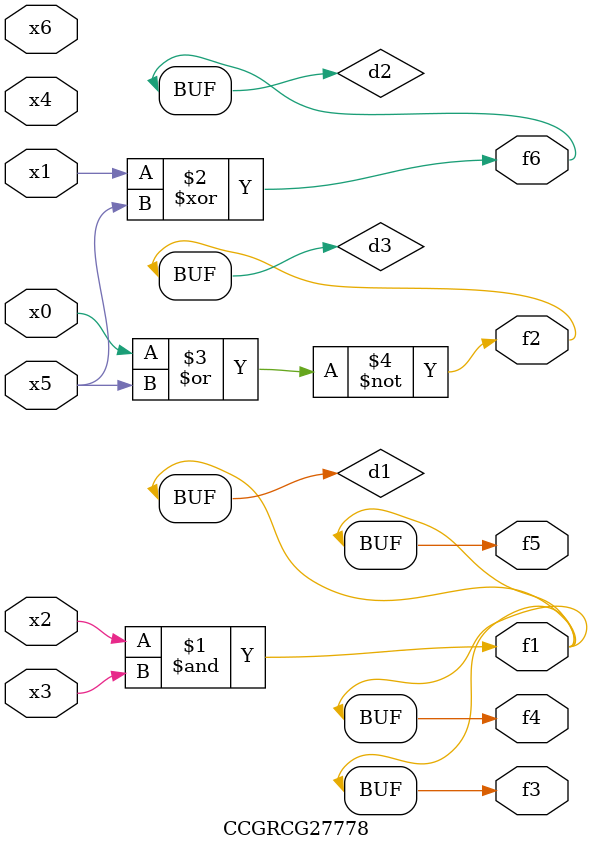
<source format=v>
module CCGRCG27778(
	input x0, x1, x2, x3, x4, x5, x6,
	output f1, f2, f3, f4, f5, f6
);

	wire d1, d2, d3;

	and (d1, x2, x3);
	xor (d2, x1, x5);
	nor (d3, x0, x5);
	assign f1 = d1;
	assign f2 = d3;
	assign f3 = d1;
	assign f4 = d1;
	assign f5 = d1;
	assign f6 = d2;
endmodule

</source>
